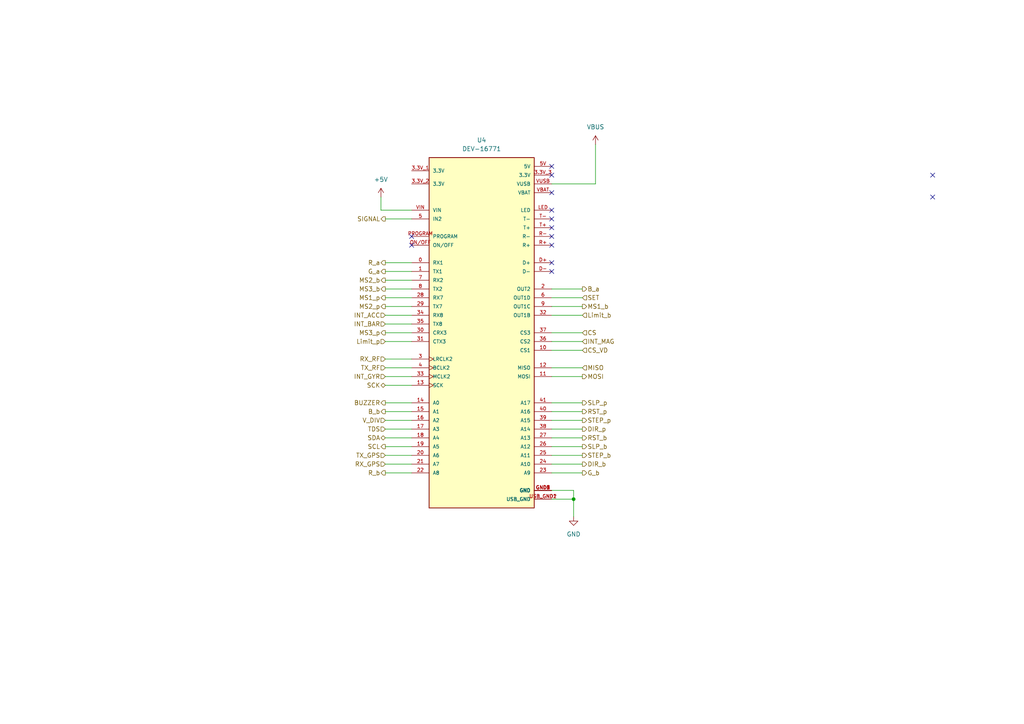
<source format=kicad_sch>
(kicad_sch (version 20211123) (generator eeschema)
  (paper "A4")
  (lib_symbols
    (symbol "DEV-16771:DEV-16771" (pin_names (offset 1.016))
      (property "Reference" "U4" (at 0 55.88 0))
      (property "Value" "DEV-16771" (at 0 53.34 0))
      (symbol "DEV-16771_0_0"
        (rectangle (start -15.24 -50.8) (end 15.24 50.8) (stroke (width 0.254)) (fill (type background)))
        (pin bidirectional line (at -20.32 20.32 0) (length 5.08) (name "RX1") (number "0"))
        (pin bidirectional line (at -20.32 17.78 0) (length 5.08) (name "TX1") (number "1"))
        (pin bidirectional line (at 20.32 -5.08 180) (length 5.08) (name "CS1") (number "10"))
        (pin bidirectional line (at 20.32 -12.7 180) (length 5.08) (name "MOSI") (number "11"))
        (pin bidirectional line (at 20.32 -10.16 180) (length 5.08) (name "MISO") (number "12"))
        (pin bidirectional clock (at -20.32 -15.24 0) (length 5.08) (name "SCK") (number "13"))
        (pin bidirectional line (at -20.32 -20.32 0) (length 5.08) (name "A0") (number "14"))
        (pin bidirectional line (at -20.32 -22.86 0) (length 5.08) (name "A1") (number "15"))
        (pin bidirectional line (at -20.32 -25.4 0) (length 5.08) (name "A2") (number "16"))
        (pin bidirectional line (at -20.32 -27.94 0) (length 5.08) (name "A3") (number "17"))
        (pin bidirectional line (at -20.32 -30.48 0) (length 5.08) (name "A4") (number "18"))
        (pin bidirectional line (at -20.32 -33.02 0) (length 5.08) (name "A5") (number "19"))
        (pin output line (at 20.32 12.7 180) (length 5.08) (name "OUT2") (number "2"))
        (pin bidirectional line (at -20.32 -35.56 0) (length 5.08) (name "A6") (number "20"))
        (pin bidirectional line (at -20.32 -38.1 0) (length 5.08) (name "A7") (number "21"))
        (pin bidirectional line (at -20.32 -40.64 0) (length 5.08) (name "A8") (number "22"))
        (pin bidirectional line (at 20.32 -40.64 180) (length 5.08) (name "A9") (number "23"))
        (pin bidirectional line (at 20.32 -38.1 180) (length 5.08) (name "A10") (number "24"))
        (pin bidirectional line (at 20.32 -35.56 180) (length 5.08) (name "A11") (number "25"))
        (pin bidirectional line (at 20.32 -33.02 180) (length 5.08) (name "A12") (number "26"))
        (pin bidirectional line (at 20.32 -30.48 180) (length 5.08) (name "A13") (number "27"))
        (pin bidirectional line (at -20.32 10.16 0) (length 5.08) (name "RX7") (number "28"))
        (pin bidirectional line (at -20.32 7.62 0) (length 5.08) (name "TX7") (number "29"))
        (pin bidirectional clock (at -20.32 -7.62 0) (length 5.08) (name "LRCLK2") (number "3"))
        (pin power_in line (at -20.32 46.99 0) (length 5.08) (name "3.3V") (number "3.3V_1"))
        (pin power_in line (at -20.32 43.18 0) (length 5.08) (name "3.3V") (number "3.3V_2"))
        (pin power_in line (at 20.32 45.72 180) (length 5.08) (name "3.3V") (number "3.3V_3"))
        (pin bidirectional line (at -20.32 0 0) (length 5.08) (name "CRX3") (number "30"))
        (pin bidirectional line (at -20.32 -2.54 0) (length 5.08) (name "CTX3") (number "31"))
        (pin output line (at 20.32 5.08 180) (length 5.08) (name "OUT1B") (number "32"))
        (pin bidirectional clock (at -20.32 -12.7 0) (length 5.08) (name "MCLK2") (number "33"))
        (pin bidirectional line (at -20.32 5.08 0) (length 5.08) (name "RX8") (number "34"))
        (pin bidirectional line (at -20.32 2.54 0) (length 5.08) (name "TX8") (number "35"))
        (pin bidirectional line (at 20.32 -2.54 180) (length 5.08) (name "CS2") (number "36"))
        (pin bidirectional line (at 20.32 0 180) (length 5.08) (name "CS3") (number "37"))
        (pin bidirectional line (at 20.32 -27.94 180) (length 5.08) (name "A14") (number "38"))
        (pin bidirectional line (at 20.32 -25.4 180) (length 5.08) (name "A15") (number "39"))
        (pin bidirectional clock (at -20.32 -10.16 0) (length 5.08) (name "BCLK2") (number "4"))
        (pin bidirectional line (at 20.32 -22.86 180) (length 5.08) (name "A16") (number "40"))
        (pin bidirectional line (at 20.32 -20.32 180) (length 5.08) (name "A17") (number "41"))
        (pin bidirectional line (at -20.32 33.02 0) (length 5.08) (name "IN2") (number "5"))
        (pin power_in line (at 20.32 48.26 180) (length 5.08) (name "5V") (number "5V"))
        (pin output line (at 20.32 10.16 180) (length 5.08) (name "OUT1D") (number "6"))
        (pin bidirectional line (at -20.32 15.24 0) (length 5.08) (name "RX2") (number "7"))
        (pin bidirectional line (at -20.32 12.7 0) (length 5.08) (name "TX2") (number "8"))
        (pin output line (at 20.32 7.62 180) (length 5.08) (name "OUT1C") (number "9"))
        (pin bidirectional line (at 20.32 20.32 180) (length 5.08) (name "D+") (number "D+"))
        (pin bidirectional line (at 20.32 17.78 180) (length 5.08) (name "D-") (number "D-"))
        (pin power_in line (at 20.32 -45.72 180) (length 5.08) (name "GND") (number "GND1"))
        (pin power_in line (at 20.32 -45.72 180) (length 5.08) (name "GND") (number "GND2"))
        (pin power_in line (at 20.32 -45.72 180) (length 5.08) (name "GND") (number "GND3"))
        (pin power_in line (at 20.32 -45.72 180) (length 5.08) (name "GND") (number "GND4"))
        (pin power_in line (at 20.32 -45.72 180) (length 5.08) (name "GND") (number "GND5"))
        (pin bidirectional line (at 20.32 35.56 180) (length 5.08) (name "LED") (number "LED"))
        (pin bidirectional line (at -20.32 25.4 0) (length 5.08) (name "ON/OFF") (number "ON/OFF"))
        (pin bidirectional line (at -20.32 27.94 0) (length 5.08) (name "PROGRAM") (number "PROGRAM"))
        (pin bidirectional line (at 20.32 25.4 180) (length 5.08) (name "R+") (number "R+"))
        (pin bidirectional line (at 20.32 27.94 180) (length 5.08) (name "R-") (number "R-"))
        (pin bidirectional line (at 20.32 30.48 180) (length 5.08) (name "T+") (number "T+"))
        (pin bidirectional line (at 20.32 33.02 180) (length 5.08) (name "T-") (number "T-"))
        (pin power_in line (at 20.32 -48.26 180) (length 5.08) (name "USB_GND") (number "USB_GND1"))
        (pin power_in line (at 20.32 -48.26 180) (length 5.08) (name "USB_GND") (number "USB_GND2"))
        (pin passive line (at 20.32 40.64 180) (length 5.08) (name "VBAT") (number "VBAT"))
        (pin input line (at -20.32 35.56 0) (length 5.08) (name "VIN") (number "VIN"))
        (pin passive line (at 20.32 43.18 180) (length 5.08) (name "VUSB") (number "VUSB"))
      )
    )
    (symbol "power:+5V" (power) (pin_names (offset 0))
      (property "Value" "+5V" (at 0 3.556 0))
      (symbol "+5V_0_1"
        (polyline (pts (xy -0.762 1.27) (xy 0 2.54)))
        (polyline (pts (xy 0 0) (xy 0 2.54)))
        (polyline (pts (xy 0 2.54) (xy 0.762 1.27)))
      )
      (symbol "+5V_1_1"
        (pin power_in line (at 0 0 90) (length 0) hide (name "+5V") (number "1"))
      )
    )
    (symbol "power:GND" (power) (pin_names (offset 0))
      (property "Value" "GND" (at 0 -3.81 0))
      (symbol "GND_0_1"
        (polyline (pts (xy 0 0) (xy 0 -1.27) (xy 1.27 -1.27) (xy 0 -2.54) (xy -1.27 -1.27) (xy 0 -1.27)))
      )
      (symbol "GND_1_1"
        (pin power_in line (at 0 0 270) (length 0) hide (name "GND") (number "1"))
      )
    )
    (symbol "power:VBUS" (power) (pin_names (offset 0))
      (property "Value" "VBUS" (at 0 3.81 0))
      (symbol "VBUS_0_1"
        (polyline (pts (xy -0.762 1.27) (xy 0 2.54)))
        (polyline (pts (xy 0 0) (xy 0 2.54)))
        (polyline (pts (xy 0 2.54) (xy 0.762 1.27)))
      )
      (symbol "VBUS_1_1"
        (pin power_in line (at 0 0 90) (length 0) hide (name "VBUS") (number "1"))
      )
    )
  )
  (junction (at 166.37 144.78))
  (no_connect (at 119.38 71.12))
  (no_connect (at 119.38 68.58))
  (no_connect (at 160.02 55.88))
  (no_connect (at 160.02 48.26))
  (no_connect (at 160.02 63.5))
  (no_connect (at 160.02 60.96))
  (no_connect (at 160.02 71.12))
  (no_connect (at 160.02 66.04))
  (no_connect (at 160.02 68.58))
  (no_connect (at 160.02 76.2))
  (no_connect (at 160.02 78.74))
  (no_connect (at 270.51 50.8))
  (no_connect (at 270.51 57.15))
  (no_connect (at 160.02 50.8))
  (wire (pts (xy 160.02 119.38) (xy 168.91 119.38)))
  (wire (pts (xy 166.37 142.24) (xy 166.37 144.78)))
  (wire (pts (xy 160.02 142.24) (xy 166.37 142.24)))
  (wire (pts (xy 111.76 76.2) (xy 119.38 76.2)))
  (wire (pts (xy 160.02 91.44) (xy 168.91 91.44)))
  (wire (pts (xy 111.76 121.92) (xy 119.38 121.92)))
  (wire (pts (xy 111.76 93.98) (xy 119.38 93.98)))
  (wire (pts (xy 172.72 53.34) (xy 160.02 53.34)))
  (wire (pts (xy 160.02 137.16) (xy 168.91 137.16)))
  (wire (pts (xy 160.02 83.82) (xy 168.91 83.82)))
  (wire (pts (xy 111.76 119.38) (xy 119.38 119.38)))
  (wire (pts (xy 111.76 91.44) (xy 119.38 91.44)))
  (wire (pts (xy 160.02 144.78) (xy 166.37 144.78)))
  (wire (pts (xy 111.76 129.54) (xy 119.38 129.54)))
  (wire (pts (xy 111.76 78.74) (xy 119.38 78.74)))
  (wire (pts (xy 111.76 137.16) (xy 119.38 137.16)))
  (wire (pts (xy 160.02 106.68) (xy 168.91 106.68)))
  (wire (pts (xy 172.72 41.91) (xy 172.72 53.34)))
  (wire (pts (xy 160.02 86.36) (xy 168.91 86.36)))
  (wire (pts (xy 111.76 116.84) (xy 119.38 116.84)))
  (wire (pts (xy 160.02 101.6) (xy 168.91 101.6)))
  (wire (pts (xy 166.37 144.78) (xy 166.37 149.86)))
  (wire (pts (xy 111.76 106.68) (xy 119.38 106.68)))
  (wire (pts (xy 111.76 127) (xy 119.38 127)))
  (wire (pts (xy 160.02 96.52) (xy 168.91 96.52)))
  (wire (pts (xy 111.76 104.14) (xy 119.38 104.14)))
  (wire (pts (xy 160.02 124.46) (xy 168.91 124.46)))
  (wire (pts (xy 160.02 134.62) (xy 168.91 134.62)))
  (wire (pts (xy 111.76 83.82) (xy 119.38 83.82)))
  (wire (pts (xy 160.02 129.54) (xy 168.91 129.54)))
  (wire (pts (xy 111.76 111.76) (xy 119.38 111.76)))
  (wire (pts (xy 111.76 96.52) (xy 119.38 96.52)))
  (wire (pts (xy 160.02 88.9) (xy 168.91 88.9)))
  (wire (pts (xy 160.02 109.22) (xy 168.91 109.22)))
  (wire (pts (xy 111.76 109.22) (xy 119.38 109.22)))
  (wire (pts (xy 111.76 81.28) (xy 119.38 81.28)))
  (wire (pts (xy 111.76 124.46) (xy 119.38 124.46)))
  (wire (pts (xy 160.02 132.08) (xy 168.91 132.08)))
  (wire (pts (xy 160.02 116.84) (xy 168.91 116.84)))
  (wire (pts (xy 111.76 88.9) (xy 119.38 88.9)))
  (wire (pts (xy 160.02 121.92) (xy 168.91 121.92)))
  (wire (pts (xy 111.76 99.06) (xy 119.38 99.06)))
  (wire (pts (xy 110.49 57.15) (xy 110.49 60.96)))
  (wire (pts (xy 160.02 99.06) (xy 168.91 99.06)))
  (wire (pts (xy 110.49 60.96) (xy 119.38 60.96)))
  (wire (pts (xy 111.76 63.5) (xy 119.38 63.5)))
  (wire (pts (xy 111.76 134.62) (xy 119.38 134.62)))
  (wire (pts (xy 111.76 132.08) (xy 119.38 132.08)))
  (wire (pts (xy 160.02 127) (xy 168.91 127)))
  (wire (pts (xy 111.76 86.36) (xy 119.38 86.36)))
  (hierarchical_label "TX_RF" (shape input) (at 111.76 106.68 180))
  (hierarchical_label "INT_GYR" (shape input) (at 111.76 109.22 180))
  (hierarchical_label "SLP_p" (shape output) (at 168.91 116.84 0))
  (hierarchical_label "Limit_b" (shape input) (at 168.91 91.44 0))
  (hierarchical_label "V_DIV" (shape input) (at 111.76 121.92 180))
  (hierarchical_label "SCK" (shape bidirectional) (at 111.76 111.76 180))
  (hierarchical_label "MS3_p" (shape output) (at 111.76 96.52 180))
  (hierarchical_label "DIR_b" (shape output) (at 168.91 134.62 0))
  (hierarchical_label "INT_MAG" (shape input) (at 168.91 99.06 0))
  (hierarchical_label "SET" (shape input) (at 168.91 86.36 0))
  (hierarchical_label "SCL" (shape output) (at 111.76 129.54 180))
  (hierarchical_label "CS" (shape input) (at 168.91 96.52 0))
  (hierarchical_label "RST_b" (shape output) (at 168.91 127 0))
  (hierarchical_label "TDS" (shape input) (at 111.76 124.46 180))
  (hierarchical_label "MS2_p" (shape output) (at 111.76 88.9 180))
  (hierarchical_label "CS_VD" (shape input) (at 168.91 101.6 0))
  (hierarchical_label "STEP_b" (shape output) (at 168.91 132.08 0))
  (hierarchical_label "MS1_p" (shape output) (at 111.76 86.36 180))
  (hierarchical_label "MOSI" (shape output) (at 168.91 109.22 0))
  (hierarchical_label "SDA" (shape bidirectional) (at 111.76 127 180))
  (hierarchical_label "DIR_p" (shape output) (at 168.91 124.46 0))
  (hierarchical_label "RX_GPS" (shape input) (at 111.76 134.62 180))
  (hierarchical_label "MS1_b" (shape output) (at 168.91 88.9 0))
  (hierarchical_label "SLP_b" (shape output) (at 168.91 129.54 0))
  (hierarchical_label "INT_BAR" (shape input) (at 111.76 93.98 180))
  (hierarchical_label "TX_GPS" (shape input) (at 111.76 132.08 180))
  (hierarchical_label "MS3_b" (shape output) (at 111.76 83.82 180))
  (hierarchical_label "R_b" (shape output) (at 111.76 137.16 180))
  (hierarchical_label "B_a" (shape output) (at 168.91 83.82 0))
  (hierarchical_label "G_a" (shape output) (at 111.76 78.74 180))
  (hierarchical_label "R_a" (shape output) (at 111.76 76.2 180))
  (hierarchical_label "INT_ACC" (shape input) (at 111.76 91.44 180))
  (hierarchical_label "RX_RF" (shape input) (at 111.76 104.14 180))
  (hierarchical_label "G_b" (shape output) (at 168.91 137.16 0))
  (hierarchical_label "STEP_p" (shape output) (at 168.91 121.92 0))
  (hierarchical_label "Limit_p" (shape input) (at 111.76 99.06 180))
  (hierarchical_label "MISO" (shape input) (at 168.91 106.68 0))
  (hierarchical_label "B_b" (shape output) (at 111.76 119.38 180))
  (hierarchical_label "BUZZER" (shape output) (at 111.76 116.84 180))
  (hierarchical_label "RST_p" (shape output) (at 168.91 119.38 0))
  (hierarchical_label "MS2_b" (shape output) (at 111.76 81.28 180))
  (hierarchical_label "SIGNAL" (shape output) (at 111.76 63.5 180))
  (symbol (lib_id "power:+5V") (at 110.49 57.15 0) (unit 1)
    (property "Reference" "#PWR0104" (effects hide))
    (property "Value" "+5V" (at 110.49 52.07 0))
  )
  (symbol (lib_id "power:GND") (at 166.37 149.86 0) (unit 1)
    (property "Reference" "#PWR0102" (effects hide))
    (property "Value" "GND" (at 166.37 154.94 0))
  )
  (symbol (lib_id "power:VBUS") (at 172.72 41.91 0) (unit 1)
    (property "Reference" "#PWR0103" (effects hide))
    (property "Value" "VBUS" (at 172.72 36.83 0))
  )
  (symbol (lib_id "DEV-16771:DEV-16771") (at 139.7 96.52 0) (unit 1)
    (property "Reference" "U4" (at 139.7 40.64 0))
    (property "Value" "DEV-16771" (at 139.7 43.18 0))
    (property "Footprint" "DEV-16771:MODULE_DEV-16771" (effects hide))
    (property "PARTREV" "4.1" (effects hide))
    (property "MAXIMUM_PACKAGE_HEIGHT" "4.07mm" (effects hide))
    (property "MANUFACTURER" "SparkFun Electronics" (effects hide))
    (property "STANDARD" "Manufacturer recommendations" (effects hide))
  )
)
</source>
